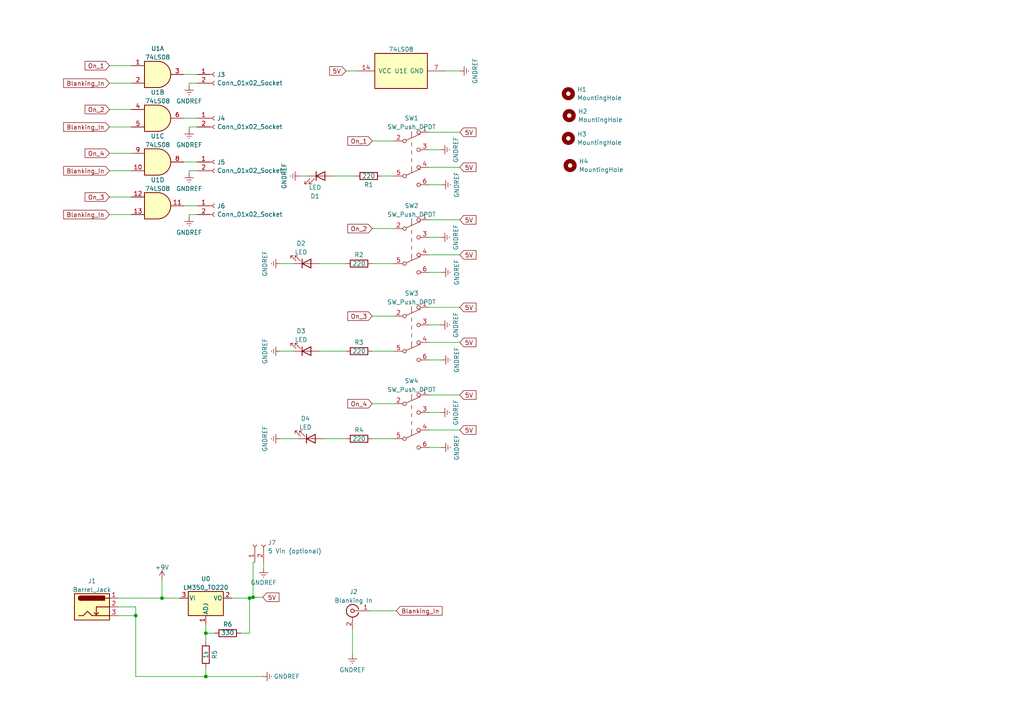
<source format=kicad_sch>
(kicad_sch (version 20230121) (generator eeschema)
  (paper "A4")
  (lib_symbols
    (symbol "74xx:74LS08" (pin_names (offset 1.016))
      (property "Reference" "U" (at 0 1.27 0))
      (property "Value" "74LS08" (at 0 -1.27 0))
      (symbol "74LS08_1_1"
        (arc (start 0 -3.81) (mid 3.7934 0) (end 0 3.81) (stroke (width 0.254)) (fill (type background)))
        (polyline (pts (xy 0 3.81) (xy -3.81 3.81) (xy -3.81 -3.81) (xy 0 -3.81)) (stroke (width 0.254)) (fill (type background)))
        (pin input line (at -7.62 2.54 0) (length 3.81) (name "~") (number "1"))
        (pin input line (at -7.62 -2.54 0) (length 3.81) (name "~") (number "2"))
        (pin output line (at 7.62 0 180) (length 3.81) (name "~") (number "3"))
      )
      (symbol "74LS08_1_2"
        (arc (start -3.81 -3.81) (mid -2.589 0) (end -3.81 3.81) (stroke (width 0.254)))
        (arc (start -0.6096 -3.81) (mid 2.1842 -2.5851) (end 3.81 0) (stroke (width 0.254)) (fill (type background)))
        (polyline (pts (xy -3.81 -3.81) (xy -0.635 -3.81)) (stroke (width 0.254)) (fill (type background)))
        (polyline (pts (xy -3.81 3.81) (xy -0.635 3.81)) (stroke (width 0.254)) (fill (type background)))
        (polyline (pts (xy -0.635 3.81) (xy -3.81 3.81) (xy -3.81 3.81) (xy -3.556 3.4036) (xy -3.0226 2.2606) (xy -2.6924 1.0414) (xy -2.6162 -0.254) (xy -2.7686 -1.4986) (xy -3.175 -2.7178) (xy -3.81 -3.81) (xy -3.81 -3.81) (xy -0.635 -3.81)) (stroke (width -25.4)) (fill (type background)))
        (arc (start 3.81 0) (mid 2.1915 2.5936) (end -0.6096 3.81) (stroke (width 0.254)) (fill (type background)))
        (pin input inverted (at -7.62 2.54 0) (length 4.318) (name "~") (number "1"))
        (pin input inverted (at -7.62 -2.54 0) (length 4.318) (name "~") (number "2"))
        (pin output inverted (at 7.62 0 180) (length 3.81) (name "~") (number "3"))
      )
      (symbol "74LS08_2_1"
        (arc (start 0 -3.81) (mid 3.7934 0) (end 0 3.81) (stroke (width 0.254)) (fill (type background)))
        (polyline (pts (xy 0 3.81) (xy -3.81 3.81) (xy -3.81 -3.81) (xy 0 -3.81)) (stroke (width 0.254)) (fill (type background)))
        (pin input line (at -7.62 2.54 0) (length 3.81) (name "~") (number "4"))
        (pin input line (at -7.62 -2.54 0) (length 3.81) (name "~") (number "5"))
        (pin output line (at 7.62 0 180) (length 3.81) (name "~") (number "6"))
      )
      (symbol "74LS08_2_2"
        (arc (start -3.81 -3.81) (mid -2.589 0) (end -3.81 3.81) (stroke (width 0.254)))
        (arc (start -0.6096 -3.81) (mid 2.1842 -2.5851) (end 3.81 0) (stroke (width 0.254)) (fill (type background)))
        (polyline (pts (xy -3.81 -3.81) (xy -0.635 -3.81)) (stroke (width 0.254)) (fill (type background)))
        (polyline (pts (xy -3.81 3.81) (xy -0.635 3.81)) (stroke (width 0.254)) (fill (type background)))
        (polyline (pts (xy -0.635 3.81) (xy -3.81 3.81) (xy -3.81 3.81) (xy -3.556 3.4036) (xy -3.0226 2.2606) (xy -2.6924 1.0414) (xy -2.6162 -0.254) (xy -2.7686 -1.4986) (xy -3.175 -2.7178) (xy -3.81 -3.81) (xy -3.81 -3.81) (xy -0.635 -3.81)) (stroke (width -25.4)) (fill (type background)))
        (arc (start 3.81 0) (mid 2.1915 2.5936) (end -0.6096 3.81) (stroke (width 0.254)) (fill (type background)))
        (pin input inverted (at -7.62 2.54 0) (length 4.318) (name "~") (number "4"))
        (pin input inverted (at -7.62 -2.54 0) (length 4.318) (name "~") (number "5"))
        (pin output inverted (at 7.62 0 180) (length 3.81) (name "~") (number "6"))
      )
      (symbol "74LS08_3_1"
        (arc (start 0 -3.81) (mid 3.7934 0) (end 0 3.81) (stroke (width 0.254)) (fill (type background)))
        (polyline (pts (xy 0 3.81) (xy -3.81 3.81) (xy -3.81 -3.81) (xy 0 -3.81)) (stroke (width 0.254)) (fill (type background)))
        (pin input line (at -7.62 -2.54 0) (length 3.81) (name "~") (number "10"))
        (pin output line (at 7.62 0 180) (length 3.81) (name "~") (number "8"))
        (pin input line (at -7.62 2.54 0) (length 3.81) (name "~") (number "9"))
      )
      (symbol "74LS08_3_2"
        (arc (start -3.81 -3.81) (mid -2.589 0) (end -3.81 3.81) (stroke (width 0.254)))
        (arc (start -0.6096 -3.81) (mid 2.1842 -2.5851) (end 3.81 0) (stroke (width 0.254)) (fill (type background)))
        (polyline (pts (xy -3.81 -3.81) (xy -0.635 -3.81)) (stroke (width 0.254)) (fill (type background)))
        (polyline (pts (xy -3.81 3.81) (xy -0.635 3.81)) (stroke (width 0.254)) (fill (type background)))
        (polyline (pts (xy -0.635 3.81) (xy -3.81 3.81) (xy -3.81 3.81) (xy -3.556 3.4036) (xy -3.0226 2.2606) (xy -2.6924 1.0414) (xy -2.6162 -0.254) (xy -2.7686 -1.4986) (xy -3.175 -2.7178) (xy -3.81 -3.81) (xy -3.81 -3.81) (xy -0.635 -3.81)) (stroke (width -25.4)) (fill (type background)))
        (arc (start 3.81 0) (mid 2.1915 2.5936) (end -0.6096 3.81) (stroke (width 0.254)) (fill (type background)))
        (pin input inverted (at -7.62 -2.54 0) (length 4.318) (name "~") (number "10"))
        (pin output inverted (at 7.62 0 180) (length 3.81) (name "~") (number "8"))
        (pin input inverted (at -7.62 2.54 0) (length 4.318) (name "~") (number "9"))
      )
      (symbol "74LS08_4_1"
        (arc (start 0 -3.81) (mid 3.7934 0) (end 0 3.81) (stroke (width 0.254)) (fill (type background)))
        (polyline (pts (xy 0 3.81) (xy -3.81 3.81) (xy -3.81 -3.81) (xy 0 -3.81)) (stroke (width 0.254)) (fill (type background)))
        (pin output line (at 7.62 0 180) (length 3.81) (name "~") (number "11"))
        (pin input line (at -7.62 2.54 0) (length 3.81) (name "~") (number "12"))
        (pin input line (at -7.62 -2.54 0) (length 3.81) (name "~") (number "13"))
      )
      (symbol "74LS08_4_2"
        (arc (start -3.81 -3.81) (mid -2.589 0) (end -3.81 3.81) (stroke (width 0.254)))
        (arc (start -0.6096 -3.81) (mid 2.1842 -2.5851) (end 3.81 0) (stroke (width 0.254)) (fill (type background)))
        (polyline (pts (xy -3.81 -3.81) (xy -0.635 -3.81)) (stroke (width 0.254)) (fill (type background)))
        (polyline (pts (xy -3.81 3.81) (xy -0.635 3.81)) (stroke (width 0.254)) (fill (type background)))
        (polyline (pts (xy -0.635 3.81) (xy -3.81 3.81) (xy -3.81 3.81) (xy -3.556 3.4036) (xy -3.0226 2.2606) (xy -2.6924 1.0414) (xy -2.6162 -0.254) (xy -2.7686 -1.4986) (xy -3.175 -2.7178) (xy -3.81 -3.81) (xy -3.81 -3.81) (xy -0.635 -3.81)) (stroke (width -25.4)) (fill (type background)))
        (arc (start 3.81 0) (mid 2.1915 2.5936) (end -0.6096 3.81) (stroke (width 0.254)) (fill (type background)))
        (pin output inverted (at 7.62 0 180) (length 3.81) (name "~") (number "11"))
        (pin input inverted (at -7.62 2.54 0) (length 4.318) (name "~") (number "12"))
        (pin input inverted (at -7.62 -2.54 0) (length 4.318) (name "~") (number "13"))
      )
      (symbol "74LS08_5_0"
        (pin power_in line (at 0 12.7 270) (length 5.08) (name "VCC") (number "14"))
        (pin power_in line (at 0 -12.7 90) (length 5.08) (name "GND") (number "7"))
      )
      (symbol "74LS08_5_1"
        (rectangle (start -5.08 7.62) (end 5.08 -7.62) (stroke (width 0.254)) (fill (type background)))
      )
    )
    (symbol "Connector:Barrel_Jack_Switch_Pin3Ring" (pin_names hide)
      (property "Reference" "J" (at 0 5.334 0))
      (property "Value" "Barrel_Jack_Switch_Pin3Ring" (at 0 -5.08 0))
      (symbol "Barrel_Jack_Switch_Pin3Ring_0_1"
        (rectangle (start -5.08 3.81) (end 5.08 -3.81) (stroke (width 0.254)) (fill (type background)))
        (arc (start -3.302 3.175) (mid -3.9343 2.54) (end -3.302 1.905) (stroke (width 0.254)))
        (arc (start -3.302 3.175) (mid -3.9343 2.54) (end -3.302 1.905) (stroke (width 0.254)) (fill (type outline)))
        (polyline (pts (xy 1.27 -2.286) (xy 1.905 -1.651)) (stroke (width 0.254)))
        (polyline (pts (xy 5.08 2.54) (xy 3.81 2.54)) (stroke (width 0.254)))
        (polyline (pts (xy 5.08 0) (xy 1.27 0) (xy 1.27 -2.286) (xy 0.635 -1.651)) (stroke (width 0.254)))
        (polyline (pts (xy -3.81 -2.54) (xy -2.54 -2.54) (xy -1.27 -1.27) (xy 0 -2.54) (xy 2.54 -2.54) (xy 5.08 -2.54)) (stroke (width 0.254)))
        (rectangle (start 3.683 3.175) (end -3.302 1.905) (stroke (width 0.254)) (fill (type outline)))
      )
      (symbol "Barrel_Jack_Switch_Pin3Ring_1_1"
        (pin passive line (at 7.62 2.54 180) (length 2.54) (name "~") (number "1"))
        (pin passive line (at 7.62 0 180) (length 2.54) (name "~") (number "2"))
        (pin passive line (at 7.62 -2.54 180) (length 2.54) (name "~") (number "3"))
      )
    )
    (symbol "Connector:Conn_01x02_Socket" (pin_names (offset 1.016) hide)
      (property "Reference" "J" (at 0 2.54 0))
      (property "Value" "Conn_01x02_Socket" (at 0 -5.08 0))
      (symbol "Conn_01x02_Socket_1_1"
        (arc (start 0 -2.032) (mid -0.5058 -2.54) (end 0 -3.048) (stroke (width 0.1524)))
        (polyline (pts (xy -1.27 -2.54) (xy -0.508 -2.54)) (stroke (width 0.1524)))
        (polyline (pts (xy -1.27 0) (xy -0.508 0)) (stroke (width 0.1524)))
        (arc (start 0 0.508) (mid -0.5058 0) (end 0 -0.508) (stroke (width 0.1524)))
        (pin passive line (at -5.08 0 0) (length 3.81) (name "Pin_1") (number "1"))
        (pin passive line (at -5.08 -2.54 0) (length 3.81) (name "Pin_2") (number "2"))
      )
    )
    (symbol "Connector:Conn_Coaxial" (pin_names (offset 1.016) hide)
      (property "Reference" "J" (at 0.254 3.048 0))
      (property "Value" "Conn_Coaxial" (at 2.921 0 90))
      (symbol "Conn_Coaxial_0_1"
        (arc (start -1.778 -0.508) (mid 0.2311 -1.8066) (end 1.778 0) (stroke (width 0.254)))
        (polyline (pts (xy -2.54 0) (xy -0.508 0)))
        (polyline (pts (xy 0 -2.54) (xy 0 -1.778)))
        (circle (center 0 0) (radius 0.508) (stroke (width 0.2032)))
        (arc (start 1.778 0) (mid 0.2099 1.8101) (end -1.778 0.508) (stroke (width 0.254)))
      )
      (symbol "Conn_Coaxial_1_1"
        (pin passive line (at -5.08 0 0) (length 2.54) (name "In") (number "1"))
        (pin passive line (at 0 -5.08 90) (length 2.54) (name "Ext") (number "2"))
      )
    )
    (symbol "Device:LED" (pin_numbers hide) (pin_names (offset 1.016) hide)
      (property "Reference" "D" (at 0 2.54 0))
      (property "Value" "LED" (at 0 -2.54 0))
      (symbol "LED_0_1"
        (polyline (pts (xy -1.27 -1.27) (xy -1.27 1.27)) (stroke (width 0.254)))
        (polyline (pts (xy -1.27 0) (xy 1.27 0)))
        (polyline (pts (xy 1.27 -1.27) (xy 1.27 1.27) (xy -1.27 0) (xy 1.27 -1.27)) (stroke (width 0.254)))
        (polyline (pts (xy -3.048 -0.762) (xy -4.572 -2.286) (xy -3.81 -2.286) (xy -4.572 -2.286) (xy -4.572 -1.524)))
        (polyline (pts (xy -1.778 -0.762) (xy -3.302 -2.286) (xy -2.54 -2.286) (xy -3.302 -2.286) (xy -3.302 -1.524)))
      )
      (symbol "LED_1_1"
        (pin passive line (at -3.81 0 0) (length 2.54) (name "K") (number "1"))
        (pin passive line (at 3.81 0 180) (length 2.54) (name "A") (number "2"))
      )
    )
    (symbol "Device:R" (pin_numbers hide) (pin_names (offset 0))
      (property "Reference" "R" (at 2.032 0 90))
      (property "Value" "R" (at 0 0 90))
      (symbol "R_0_1"
        (rectangle (start -1.016 -2.54) (end 1.016 2.54) (stroke (width 0.254)))
      )
      (symbol "R_1_1"
        (pin passive line (at 0 3.81 270) (length 1.27) (name "~") (number "1"))
        (pin passive line (at 0 -3.81 90) (length 1.27) (name "~") (number "2"))
      )
    )
    (symbol "GNDREF_1" (power) (pin_names (offset 0))
      (property "Value" "GNDREF_1" (at 0 -3.81 0))
      (symbol "GNDREF_1_0_1"
        (polyline (pts (xy -0.635 -1.905) (xy 0.635 -1.905)))
        (polyline (pts (xy -0.127 -2.54) (xy 0.127 -2.54)))
        (polyline (pts (xy 0 -1.27) (xy 0 0)))
        (polyline (pts (xy 1.27 -1.27) (xy -1.27 -1.27)))
      )
      (symbol "GNDREF_1_1_1"
        (pin power_in line (at 0 0 270) (length 0) hide (name "GNDREF") (number "1"))
      )
    )
    (symbol "Mechanical:MountingHole" (pin_names (offset 1.016))
      (property "Reference" "H" (at 0 5.08 0))
      (property "Value" "MountingHole" (at 0 3.175 0))
      (symbol "MountingHole_0_1"
        (circle (center 0 0) (radius 1.27) (stroke (width 1.27)))
      )
    )
    (symbol "Regulator_Linear:LM350_TO220" (pin_names (offset 0.254))
      (property "Reference" "U" (at -3.81 3.175 0))
      (property "Value" "LM350_TO220" (at 0 3.175 0))
      (symbol "LM350_TO220_0_1"
        (rectangle (start -5.08 1.905) (end 5.08 -5.08) (stroke (width 0.254)) (fill (type background)))
      )
      (symbol "LM350_TO220_1_1"
        (pin input line (at 0 -7.62 90) (length 2.54) (name "ADJ") (number "1"))
        (pin power_out line (at 7.62 0 180) (length 2.54) (name "VO") (number "2"))
        (pin power_in line (at -7.62 0 0) (length 2.54) (name "VI") (number "3"))
      )
    )
    (symbol "Switch:SW_Push_DPDT" (pin_names (offset 0) hide)
      (property "Reference" "SW" (at 0 8.89 0))
      (property "Value" "SW_Push_DPDT" (at 0 -10.16 0))
      (symbol "SW_Push_DPDT_0_0"
        (circle (center -2.032 -5.08) (radius 0.508))
        (circle (center -2.032 5.08) (radius 0.508))
        (circle (center 2.032 -7.62) (radius 0.508))
        (circle (center 2.032 2.54) (radius 0.508))
      )
      (symbol "SW_Push_DPDT_0_1"
        (polyline (pts (xy -1.524 -4.826) (xy 2.54 -3.048)))
        (polyline (pts (xy -1.524 5.334) (xy 2.54 7.112)))
        (polyline (pts (xy 0 -2.286) (xy 0 -4.064)))
        (polyline (pts (xy 0 -1.016) (xy 0 0)))
        (polyline (pts (xy 0 1.27) (xy 0 2.286)))
        (polyline (pts (xy 0 3.556) (xy 0 4.572)))
        (polyline (pts (xy 0 7.874) (xy 0 6.096)))
        (circle (center 2.032 -2.54) (radius 0.508))
        (circle (center 2.032 7.62) (radius 0.508))
      )
      (symbol "SW_Push_DPDT_1_1"
        (pin passive line (at 5.08 7.62 180) (length 2.54) (name "A") (number "1"))
        (pin passive line (at -5.08 5.08 0) (length 2.54) (name "B") (number "2"))
        (pin passive line (at 5.08 2.54 180) (length 2.54) (name "C") (number "3"))
        (pin passive line (at 5.08 -2.54 180) (length 2.54) (name "A") (number "4"))
        (pin passive line (at -5.08 -5.08 0) (length 2.54) (name "B") (number "5"))
        (pin passive line (at 5.08 -7.62 180) (length 2.54) (name "C") (number "6"))
      )
    )
    (symbol "power:+9V" (power) (pin_names (offset 0))
      (property "Value" "+9V" (at 0 3.556 0))
      (symbol "+9V_0_1"
        (polyline (pts (xy -0.762 1.27) (xy 0 2.54)))
        (polyline (pts (xy 0 0) (xy 0 2.54)))
        (polyline (pts (xy 0 2.54) (xy 0.762 1.27)))
      )
      (symbol "+9V_1_1"
        (pin power_in line (at 0 0 90) (length 0) hide (name "+9V") (number "1"))
      )
    )
    (symbol "power:GNDREF" (power) (pin_names (offset 0))
      (property "Value" "GNDREF" (at 0 -3.81 0))
      (symbol "GNDREF_0_1"
        (polyline (pts (xy -0.635 -1.905) (xy 0.635 -1.905)))
        (polyline (pts (xy -0.127 -2.54) (xy 0.127 -2.54)))
        (polyline (pts (xy 0 -1.27) (xy 0 0)))
        (polyline (pts (xy 1.27 -1.27) (xy -1.27 -1.27)))
      )
      (symbol "GNDREF_1_1"
        (pin power_in line (at 0 0 270) (length 0) hide (name "GNDREF") (number "1"))
      )
    )
  )
  (junction (at 72.39 173.482))
  (junction (at 39.37 178.562))
  (junction (at 59.69 196.215))
  (junction (at 46.99 173.482))
  (junction (at 73.406 173.228))
  (junction (at 59.69 183.642))
  (wire (pts (xy 54.864 62.992) (xy 54.864 62.23)))
  (wire (pts (xy 31.75 36.83) (xy 38.1 36.83)))
  (wire (pts (xy 76.454 163.068) (xy 76.454 164.846)))
  (wire (pts (xy 100.33 76.454) (xy 92.71 76.454)))
  (wire (pts (xy 53.34 21.59) (xy 57.15 21.59)))
  (wire (pts (xy 59.69 193.675) (xy 59.69 196.215)))
  (wire (pts (xy 31.75 31.75) (xy 38.1 31.75)))
  (wire (pts (xy 34.29 178.562) (xy 39.37 178.562)))
  (wire (pts (xy 31.75 62.23) (xy 38.1 62.23)))
  (wire (pts (xy 54.864 37.592) (xy 54.864 36.83)))
  (wire (pts (xy 31.75 24.13) (xy 38.1 24.13)))
  (wire (pts (xy 31.75 19.05) (xy 38.1 19.05)))
  (wire (pts (xy 85.09 101.854) (xy 81.28 101.854)))
  (wire (pts (xy 53.34 46.99) (xy 57.15 46.99)))
  (wire (pts (xy 124.46 114.554) (xy 133.35 114.554)))
  (wire (pts (xy 100.33 127.254) (xy 93.98 127.254)))
  (wire (pts (xy 31.75 57.15) (xy 38.1 57.15)))
  (wire (pts (xy 124.46 78.994) (xy 128.016 78.994)))
  (wire (pts (xy 124.46 89.154) (xy 133.35 89.154)))
  (wire (pts (xy 69.85 183.642) (xy 72.39 183.642)))
  (wire (pts (xy 59.69 196.215) (xy 76.2 196.215)))
  (wire (pts (xy 53.34 59.69) (xy 57.15 59.69)))
  (wire (pts (xy 124.46 94.234) (xy 127.762 94.234)))
  (wire (pts (xy 31.75 44.45) (xy 38.1 44.45)))
  (wire (pts (xy 129.032 20.574) (xy 133.35 20.574)))
  (wire (pts (xy 54.864 62.23) (xy 57.15 62.23)))
  (wire (pts (xy 124.46 119.634) (xy 127.762 119.634)))
  (wire (pts (xy 59.69 183.642) (xy 59.69 186.055)))
  (wire (pts (xy 124.46 43.434) (xy 127.762 43.434)))
  (wire (pts (xy 54.864 49.53) (xy 57.15 49.53)))
  (wire (pts (xy 85.09 76.454) (xy 81.28 76.454)))
  (wire (pts (xy 100.33 101.854) (xy 92.71 101.854)))
  (wire (pts (xy 107.95 127.254) (xy 114.3 127.254)))
  (wire (pts (xy 54.864 24.13) (xy 57.15 24.13)))
  (wire (pts (xy 54.864 36.83) (xy 57.15 36.83)))
  (wire (pts (xy 124.46 38.354) (xy 133.35 38.354)))
  (wire (pts (xy 107.95 76.454) (xy 114.3 76.454)))
  (wire (pts (xy 73.406 173.228) (xy 76.2 173.228)))
  (wire (pts (xy 31.75 49.53) (xy 38.1 49.53)))
  (wire (pts (xy 86.36 127.254) (xy 81.28 127.254)))
  (wire (pts (xy 107.95 101.854) (xy 114.3 101.854)))
  (wire (pts (xy 59.69 196.215) (xy 39.37 196.215)))
  (wire (pts (xy 102.235 182.245) (xy 102.235 189.865)))
  (wire (pts (xy 107.95 91.694) (xy 114.3 91.694)))
  (wire (pts (xy 53.34 34.29) (xy 57.15 34.29)))
  (wire (pts (xy 59.69 181.102) (xy 59.69 183.642)))
  (wire (pts (xy 39.37 176.022) (xy 39.37 178.562)))
  (wire (pts (xy 72.39 173.482) (xy 72.39 183.642)))
  (wire (pts (xy 124.46 68.834) (xy 127.762 68.834)))
  (wire (pts (xy 124.46 63.754) (xy 133.35 63.754)))
  (wire (pts (xy 107.95 66.294) (xy 114.3 66.294)))
  (wire (pts (xy 46.99 173.482) (xy 52.07 173.482)))
  (wire (pts (xy 34.29 173.482) (xy 46.99 173.482)))
  (wire (pts (xy 124.46 129.794) (xy 128.016 129.794)))
  (wire (pts (xy 124.46 99.314) (xy 133.35 99.314)))
  (wire (pts (xy 124.46 124.714) (xy 133.35 124.714)))
  (wire (pts (xy 54.864 24.892) (xy 54.864 24.13)))
  (wire (pts (xy 73.406 163.068) (xy 73.914 163.068)))
  (wire (pts (xy 107.95 40.894) (xy 114.3 40.894)))
  (wire (pts (xy 59.69 183.642) (xy 62.23 183.642)))
  (wire (pts (xy 124.46 104.394) (xy 128.016 104.394)))
  (wire (pts (xy 107.315 177.165) (xy 114.935 177.165)))
  (wire (pts (xy 86.868 51.054) (xy 89.154 51.054)))
  (wire (pts (xy 103.124 51.054) (xy 96.774 51.054)))
  (wire (pts (xy 124.46 73.914) (xy 133.35 73.914)))
  (wire (pts (xy 124.46 53.594) (xy 128.016 53.594)))
  (wire (pts (xy 100.33 20.574) (xy 103.632 20.574)))
  (wire (pts (xy 107.95 117.094) (xy 114.3 117.094)))
  (wire (pts (xy 124.46 48.514) (xy 133.35 48.514)))
  (wire (pts (xy 73.406 173.228) (xy 73.406 163.068)))
  (wire (pts (xy 39.37 178.562) (xy 39.37 196.215)))
  (wire (pts (xy 67.31 173.482) (xy 72.39 173.482)))
  (wire (pts (xy 34.29 176.022) (xy 39.37 176.022)))
  (wire (pts (xy 72.39 173.228) (xy 72.39 173.482)))
  (wire (pts (xy 110.744 51.054) (xy 114.3 51.054)))
  (wire (pts (xy 72.39 173.228) (xy 73.406 173.228)))
  (wire (pts (xy 54.864 50.292) (xy 54.864 49.53)))
  (wire (pts (xy 46.99 168.148) (xy 46.99 173.482)))
  (global_label "Blanking_In" (shape input) (at 31.75 36.83 180) (property "Intersheetrefs" "${INTERSHEET_REFS}" (effects hide)))
  (global_label "On_4" (shape input) (at 107.95 117.094 180) (property "Intersheetrefs" "${INTERSHEET_REFS}" (effects hide)))
  (global_label "5V" (shape input) (at 76.2 173.228 0) (property "Intersheetrefs" "${INTERSHEET_REFS}" (effects hide)))
  (global_label "On_3" (shape input) (at 31.75 57.15 180) (property "Intersheetrefs" "${INTERSHEET_REFS}" (effects hide)))
  (global_label "On_1" (shape input) (at 31.75 19.05 180) (property "Intersheetrefs" "${INTERSHEET_REFS}" (effects hide)))
  (global_label "On_3" (shape input) (at 107.95 91.694 180) (property "Intersheetrefs" "${INTERSHEET_REFS}" (effects hide)))
  (global_label "On_1" (shape input) (at 107.95 40.894 180) (property "Intersheetrefs" "${INTERSHEET_REFS}" (effects hide)))
  (global_label "Blanking_In" (shape input) (at 114.935 177.165 0) (property "Intersheetrefs" "${INTERSHEET_REFS}" (effects hide)))
  (global_label "Blanking_In" (shape input) (at 31.75 24.13 180) (property "Intersheetrefs" "${INTERSHEET_REFS}" (effects hide)))
  (global_label "5V" (shape input) (at 133.35 124.714 0) (property "Intersheetrefs" "${INTERSHEET_REFS}" (effects hide)))
  (global_label "5V" (shape input) (at 133.35 114.554 0) (property "Intersheetrefs" "${INTERSHEET_REFS}" (effects hide)))
  (global_label "5V" (shape input) (at 133.35 63.754 0) (property "Intersheetrefs" "${INTERSHEET_REFS}" (effects hide)))
  (global_label "On_2" (shape input) (at 107.95 66.294 180) (property "Intersheetrefs" "${INTERSHEET_REFS}" (effects hide)))
  (global_label "5V" (shape input) (at 133.35 48.514 0) (property "Intersheetrefs" "${INTERSHEET_REFS}" (effects hide)))
  (global_label "5V" (shape input) (at 133.35 38.354 0) (property "Intersheetrefs" "${INTERSHEET_REFS}" (effects hide)))
  (global_label "5V" (shape input) (at 100.33 20.574 180) (property "Intersheetrefs" "${INTERSHEET_REFS}" (effects hide)))
  (global_label "5V" (shape input) (at 133.35 73.914 0) (property "Intersheetrefs" "${INTERSHEET_REFS}" (effects hide)))
  (global_label "Blanking_In" (shape input) (at 31.75 49.53 180) (property "Intersheetrefs" "${INTERSHEET_REFS}" (effects hide)))
  (global_label "On_4" (shape input) (at 31.75 44.45 180) (property "Intersheetrefs" "${INTERSHEET_REFS}" (effects hide)))
  (global_label "5V" (shape input) (at 133.35 89.154 0) (property "Intersheetrefs" "${INTERSHEET_REFS}" (effects hide)))
  (global_label "Blanking_In" (shape input) (at 31.75 62.23 180) (property "Intersheetrefs" "${INTERSHEET_REFS}" (effects hide)))
  (global_label "5V" (shape input) (at 133.35 99.314 0) (property "Intersheetrefs" "${INTERSHEET_REFS}" (effects hide)))
  (global_label "On_2" (shape input) (at 31.75 31.75 180) (property "Intersheetrefs" "${INTERSHEET_REFS}" (effects hide)))
  (symbol (lib_id "Switch:SW_Push_DPDT") (at 119.38 71.374 0) (unit 1)
    (property "Reference" "SW2" (at 119.38 59.6732 0))
    (property "Value" "SW_Push_DPDT" (at 119.38 62.2101 0))
    (property "Footprint" "Maxime:maxi_DPDT_Angled" (effects hide))
  )
  (symbol (lib_id "Device:LED") (at 90.17 127.254 0) (mirror x) (unit 1)
    (property "Reference" "D4" (at 88.5825 121.3952 0))
    (property "Value" "LED" (at 88.5825 123.9321 0))
    (property "Footprint" "LED_THT:LED_D3.0mm" (effects hide))
  )
  (symbol (lib_id "power:GNDREF") (at 127.762 43.434 90) (unit 1)
    (property "Reference" "#PWR03" (effects hide))
    (property "Value" "GNDREF" (at 132.2054 43.434 0))
  )
  (symbol (lib_id "power:GNDREF") (at 54.864 62.992 0) (unit 1)
    (property "Reference" "#PWR017" (effects hide))
    (property "Value" "GNDREF" (at 54.864 67.4354 0))
  )
  (symbol (lib_id "74xx:74LS08") (at 45.72 59.69 0) (unit 4)
    (property "Reference" "U1" (at 45.72 52.1802 0))
    (property "Value" "74LS08" (at 45.72 54.7171 0))
    (property "Footprint" "Package_DIP:DIP-14_W7.62mm_LongPads" (effects hide))
    (property "Datasheet" "http://www.ti.com/lit/gpn/sn74LS08" (effects hide))
  )
  (symbol (lib_id "power:GNDREF") (at 102.235 189.865 0) (unit 1)
    (property "Reference" "#PWR0103" (effects hide))
    (property "Value" "GNDREF" (at 102.235 194.3084 0))
  )
  (symbol (lib_id "Connector:Conn_01x02_Socket") (at 62.23 34.29 0) (unit 1)
    (property "Reference" "J4" (at 62.9412 34.3479 0) (effects (justify left)))
    (property "Value" "Conn_01x02_Socket" (at 62.9412 36.7721 0) (effects (justify left)))
    (property "Footprint" "Connector_JST:JST_XH_B2B-XH-A_1x02_P2.50mm_Vertical" (effects hide))
  )
  (symbol (lib_id "power:GNDREF") (at 54.864 37.592 0) (unit 1)
    (property "Reference" "#PWR015" (effects hide))
    (property "Value" "GNDREF" (at 54.864 42.0354 0))
  )
  (symbol (lib_id "Device:LED") (at 92.964 51.054 0) (unit 1)
    (property "Reference" "D1" (at 91.3765 56.9128 0))
    (property "Value" "LED" (at 91.3765 54.3759 0))
    (property "Footprint" "LED_THT:LED_D3.0mm" (effects hide))
  )
  (symbol (lib_id "Device:R") (at 104.14 76.454 270) (mirror x) (unit 1)
    (property "Reference" "R2" (at 104.14 73.914 90))
    (property "Value" "220" (at 104.14 76.454 90))
    (property "Footprint" "Resistor_THT:R_Axial_DIN0309_L9.0mm_D3.2mm_P15.24mm_Horizontal" (effects hide))
  )
  (symbol (lib_id "power:GNDREF") (at 81.28 127.254 270) (unit 1)
    (property "Reference" "#PWR07" (effects hide))
    (property "Value" "GNDREF" (at 76.8366 127.254 0))
  )
  (symbol (lib_id "Device:R") (at 106.934 51.054 270) (unit 1)
    (property "Reference" "R1" (at 106.934 53.594 90))
    (property "Value" "220" (at 106.934 51.054 90))
    (property "Footprint" "Resistor_THT:R_Axial_DIN0309_L9.0mm_D3.2mm_P15.24mm_Horizontal" (effects hide))
  )
  (symbol (lib_id "power:GNDREF") (at 128.016 53.594 90) (unit 1)
    (property "Reference" "#PWR04" (effects hide))
    (property "Value" "GNDREF" (at 132.4594 53.594 0))
  )
  (symbol (lib_id "power:+9V") (at 46.99 168.148 0) (unit 1)
    (property "Reference" "#PWR0104" (effects hide))
    (property "Value" "+9V" (at 46.99 164.5722 0))
  )
  (symbol (lib_id "power:GNDREF") (at 76.2 196.215 90) (unit 1)
    (property "Reference" "#PWR0102" (effects hide))
    (property "Value" "GNDREF" (at 83.185 196.215 90))
  )
  (symbol (lib_id "Device:LED") (at 88.9 76.454 0) (mirror x) (unit 1)
    (property "Reference" "D2" (at 87.3125 70.5952 0))
    (property "Value" "LED" (at 87.3125 73.1321 0))
    (property "Footprint" "LED_THT:LED_D3.0mm" (effects hide))
  )
  (symbol (lib_id "power:GNDREF") (at 86.868 51.054 270) (unit 1)
    (property "Reference" "#PWR01" (effects hide))
    (property "Value" "GNDREF" (at 82.4246 51.054 0))
  )
  (symbol (lib_id "power:GNDREF") (at 128.016 78.994 90) (unit 1)
    (property "Reference" "#PWR09" (effects hide))
    (property "Value" "GNDREF" (at 132.4594 78.994 0))
  )
  (symbol (lib_id "Connector:Barrel_Jack_Switch_Pin3Ring") (at 26.67 176.022 0) (unit 1)
    (property "Reference" "J1" (at 26.67 168.5122 0))
    (property "Value" "Barrel_Jack" (at 26.67 171.0491 0))
    (property "Footprint" "Connector_BarrelJack:BarrelJack_Horizontal" (effects hide))
  )
  (symbol (lib_id "Device:R") (at 104.14 101.854 270) (mirror x) (unit 1)
    (property "Reference" "R3" (at 104.14 99.314 90))
    (property "Value" "220" (at 104.14 101.854 90))
    (property "Footprint" "Resistor_THT:R_Axial_DIN0309_L9.0mm_D3.2mm_P15.24mm_Horizontal" (effects hide))
  )
  (symbol (lib_id "Mechanical:MountingHole") (at 164.846 40.132 0) (unit 1)
    (property "Reference" "H3" (at 167.386 38.9199 0) (effects (justify left)))
    (property "Value" "MountingHole" (at 167.386 41.3441 0) (effects (justify left)))
    (property "Footprint" "MountingHole:MountingHole_3.2mm_M3" (effects hide))
  )
  (symbol (lib_id "Device:R") (at 104.14 127.254 270) (mirror x) (unit 1)
    (property "Reference" "R4" (at 104.14 124.714 90))
    (property "Value" "220" (at 104.14 127.254 90))
    (property "Footprint" "Resistor_THT:R_Axial_DIN0309_L9.0mm_D3.2mm_P15.24mm_Horizontal" (effects hide))
  )
  (symbol (lib_id "Device:R") (at 66.04 183.642 90) (unit 1)
    (property "Reference" "R6" (at 66.04 181.102 90))
    (property "Value" "330" (at 66.04 183.515 90))
    (property "Footprint" "Resistor_THT:R_Axial_DIN0309_L9.0mm_D3.2mm_P15.24mm_Horizontal" (effects hide))
  )
  (symbol (lib_id "power:GNDREF") (at 133.35 20.574 90) (unit 1)
    (property "Reference" "#PWR02" (effects hide))
    (property "Value" "GNDREF" (at 137.7934 20.574 0))
  )
  (symbol (lib_id "74xx:74LS08") (at 45.72 46.99 0) (unit 3)
    (property "Reference" "U1" (at 45.72 39.4802 0))
    (property "Value" "74LS08" (at 45.72 42.0171 0))
    (property "Footprint" "Package_DIP:DIP-14_W7.62mm_LongPads" (effects hide))
    (property "Datasheet" "http://www.ti.com/lit/gpn/sn74LS08" (effects hide))
  )
  (symbol (lib_id "Mechanical:MountingHole") (at 165.1 33.528 0) (unit 1)
    (property "Reference" "H2" (at 167.64 32.3159 0) (effects (justify left)))
    (property "Value" "MountingHole" (at 167.64 34.7401 0) (effects (justify left)))
    (property "Footprint" "MountingHole:MountingHole_3.2mm_M3" (effects hide))
  )
  (symbol (lib_id "Mechanical:MountingHole") (at 164.846 27.178 0) (unit 1)
    (property "Reference" "H1" (at 167.386 25.9659 0) (effects (justify left)))
    (property "Value" "MountingHole" (at 167.386 28.3901 0) (effects (justify left)))
    (property "Footprint" "MountingHole:MountingHole_3.2mm_M3" (effects hide))
  )
  (symbol (lib_id "Mechanical:MountingHole") (at 165.354 48.006 0) (unit 1)
    (property "Reference" "H4" (at 167.894 46.7939 0) (effects (justify left)))
    (property "Value" "MountingHole" (at 167.894 49.2181 0) (effects (justify left)))
    (property "Footprint" "MountingHole:MountingHole_3.2mm_M3" (effects hide))
  )
  (symbol (lib_id "74xx:74LS08") (at 45.72 34.29 0) (unit 2)
    (property "Reference" "U1" (at 45.72 26.7802 0))
    (property "Value" "74LS08" (at 45.72 29.3171 0))
    (property "Footprint" "Package_DIP:DIP-14_W7.62mm_LongPads" (effects hide))
    (property "Datasheet" "http://www.ti.com/lit/gpn/sn74LS08" (effects hide))
  )
  (symbol (lib_id "power:GNDREF") (at 128.016 104.394 90) (unit 1)
    (property "Reference" "#PWR011" (effects hide))
    (property "Value" "GNDREF" (at 132.4594 104.394 0))
  )
  (symbol (lib_id "power:GNDREF") (at 127.762 68.834 90) (unit 1)
    (property "Reference" "#PWR08" (effects hide))
    (property "Value" "GNDREF" (at 132.2054 68.834 0))
  )
  (symbol (lib_id "power:GNDREF") (at 127.762 94.234 90) (unit 1)
    (property "Reference" "#PWR010" (effects hide))
    (property "Value" "GNDREF" (at 132.2054 94.234 0))
  )
  (symbol (lib_id "Regulator_Linear:LM350_TO220") (at 59.69 173.482 0) (unit 1)
    (property "Reference" "U0" (at 59.69 167.8772 0))
    (property "Value" "LM350_TO220" (at 59.69 170.4141 0))
    (property "Footprint" "Package_TO_SOT_THT:TO-220-3_Vertical" (effects hide))
    (property "Datasheet" "https://www.onsemi.com/pub/Collateral/LM350-D.pdf" (effects hide))
  )
  (symbol (lib_name "GNDREF_1") (lib_id "power:GNDREF") (at 76.454 164.846 0) (unit 1)
    (property "Reference" "#PWR019" (effects hide))
    (property "Value" "GNDREF" (at 76.454 168.9791 0))
  )
  (symbol (lib_id "power:GNDREF") (at 54.864 24.892 0) (unit 1)
    (property "Reference" "#PWR014" (effects hide))
    (property "Value" "GNDREF" (at 54.864 29.3354 0))
  )
  (symbol (lib_id "power:GNDREF") (at 127.762 119.634 90) (unit 1)
    (property "Reference" "#PWR012" (effects hide))
    (property "Value" "GNDREF" (at 132.2054 119.634 0))
  )
  (symbol (lib_id "Connector:Conn_01x02_Socket") (at 62.23 46.99 0) (unit 1)
    (property "Reference" "J5" (at 62.9412 47.0479 0) (effects (justify left)))
    (property "Value" "Conn_01x02_Socket" (at 62.9412 49.4721 0) (effects (justify left)))
    (property "Footprint" "Connector_JST:JST_XH_B2B-XH-A_1x02_P2.50mm_Vertical" (effects hide))
  )
  (symbol (lib_id "Switch:SW_Push_DPDT") (at 119.38 122.174 0) (unit 1)
    (property "Reference" "SW4" (at 119.38 110.4732 0))
    (property "Value" "SW_Push_DPDT" (at 119.38 113.0101 0))
    (property "Footprint" "Maxime:maxi_DPDT_Angled" (effects hide))
  )
  (symbol (lib_id "74xx:74LS08") (at 116.332 20.574 90) (unit 5)
    (property "Reference" "U1" (at 116.332 20.574 90))
    (property "Value" "74LS08" (at 116.332 14.3311 90))
    (property "Footprint" "Package_DIP:DIP-14_W7.62mm_LongPads" (effects hide))
    (property "Datasheet" "http://www.ti.com/lit/gpn/sn74LS08" (effects hide))
  )
  (symbol (lib_id "power:GNDREF") (at 128.016 129.794 90) (unit 1)
    (property "Reference" "#PWR013" (effects hide))
    (property "Value" "GNDREF" (at 132.4594 129.794 0))
  )
  (symbol (lib_id "Switch:SW_Push_DPDT") (at 119.38 45.974 0) (unit 1)
    (property "Reference" "SW1" (at 119.38 34.2732 0))
    (property "Value" "SW_Push_DPDT" (at 119.38 36.8101 0))
    (property "Footprint" "Maxime:maxi_DPDT_Angled" (effects hide))
  )
  (symbol (lib_id "Device:R") (at 59.69 189.865 0) (unit 1)
    (property "Reference" "R5" (at 62.23 189.865 90))
    (property "Value" "1k" (at 59.69 189.865 90))
    (property "Footprint" "Resistor_THT:R_Axial_DIN0309_L9.0mm_D3.2mm_P15.24mm_Horizontal" (effects hide))
  )
  (symbol (lib_id "Switch:SW_Push_DPDT") (at 119.38 96.774 0) (unit 1)
    (property "Reference" "SW3" (at 119.38 85.0732 0))
    (property "Value" "SW_Push_DPDT" (at 119.38 87.6101 0))
    (property "Footprint" "Maxime:maxi_DPDT_Angled" (effects hide))
  )
  (symbol (lib_id "power:GNDREF") (at 81.28 101.854 270) (unit 1)
    (property "Reference" "#PWR06" (effects hide))
    (property "Value" "GNDREF" (at 76.8366 101.854 0))
  )
  (symbol (lib_id "74xx:74LS08") (at 45.72 21.59 0) (unit 1)
    (property "Reference" "U1" (at 45.72 14.0802 0))
    (property "Value" "74LS08" (at 45.72 16.6171 0))
    (property "Footprint" "Package_DIP:DIP-14_W7.62mm_LongPads" (effects hide))
    (property "Datasheet" "http://www.ti.com/lit/gpn/sn74LS08" (effects hide))
  )
  (symbol (lib_id "power:GNDREF") (at 81.28 76.454 270) (unit 1)
    (property "Reference" "#PWR05" (effects hide))
    (property "Value" "GNDREF" (at 76.8366 76.454 0))
  )
  (symbol (lib_id "Connector:Conn_01x02_Socket") (at 62.23 21.59 0) (unit 1)
    (property "Reference" "J3" (at 62.9412 21.6479 0) (effects (justify left)))
    (property "Value" "Conn_01x02_Socket" (at 62.9412 24.0721 0) (effects (justify left)))
    (property "Footprint" "Connector_JST:JST_XH_B2B-XH-A_1x02_P2.50mm_Vertical" (effects hide))
  )
  (symbol (lib_id "Connector:Conn_01x02_Socket") (at 62.23 59.69 0) (unit 1)
    (property "Reference" "J6" (at 62.9412 59.7479 0) (effects (justify left)))
    (property "Value" "Conn_01x02_Socket" (at 62.9412 62.1721 0) (effects (justify left)))
    (property "Footprint" "Connector_JST:JST_XH_B2B-XH-A_1x02_P2.50mm_Vertical" (effects hide))
  )
  (symbol (lib_id "power:GNDREF") (at 54.864 50.292 0) (unit 1)
    (property "Reference" "#PWR016" (effects hide))
    (property "Value" "GNDREF" (at 54.864 54.7354 0))
  )
  (symbol (lib_id "Connector:Conn_01x02_Socket") (at 73.914 157.988 90) (unit 1)
    (property "Reference" "J7" (at 77.6732 157.4109 90) (effects (justify right)))
    (property "Value" "5 Vin (optional)" (at 77.6732 159.8351 90) (effects (justify right)))
    (property "Footprint" "Connector_JST:JST_XH_B2B-XH-A_1x02_P2.50mm_Vertical" (effects hide))
  )
  (symbol (lib_id "Device:LED") (at 88.9 101.854 0) (mirror x) (unit 1)
    (property "Reference" "D3" (at 87.3125 95.9952 0))
    (property "Value" "LED" (at 87.3125 98.5321 0))
    (property "Footprint" "LED_THT:LED_D3.0mm" (effects hide))
  )
  (symbol (lib_id "Connector:Conn_Coaxial") (at 102.235 177.165 0) (mirror y) (unit 1)
    (property "Reference" "J2" (at 102.5524 171.6386 0))
    (property "Value" "Blanking In" (at 102.5524 174.1755 0))
    (property "Footprint" "Maxime:BNC_Socket_TYCO-AMP_LargePads" (effects hide))
    (property "Datasheet" " ~" (effects hide))
  )
)
</source>
